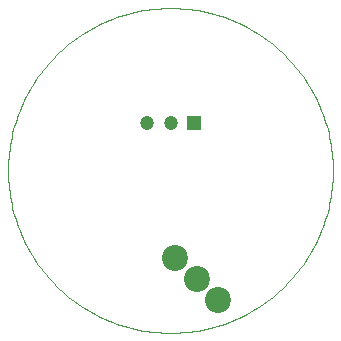
<source format=gbs>
G75*
%MOIN*%
%OFA0B0*%
%FSLAX25Y25*%
%IPPOS*%
%LPD*%
%AMOC8*
5,1,8,0,0,1.08239X$1,22.5*
%
%ADD10C,0.00000*%
%ADD11R,0.04724X0.04724*%
%ADD12C,0.04724*%
%ADD13C,0.08661*%
D10*
X0055134Y0001000D02*
X0053816Y0001016D01*
X0052498Y0001064D01*
X0051182Y0001144D01*
X0049869Y0001257D01*
X0048559Y0001401D01*
X0047252Y0001577D01*
X0045950Y0001785D01*
X0044654Y0002024D01*
X0043364Y0002295D01*
X0042080Y0002597D01*
X0040805Y0002931D01*
X0039538Y0003295D01*
X0038280Y0003690D01*
X0037033Y0004116D01*
X0035796Y0004572D01*
X0034570Y0005058D01*
X0033357Y0005573D01*
X0032156Y0006118D01*
X0030970Y0006693D01*
X0029797Y0007295D01*
X0028640Y0007926D01*
X0027498Y0008586D01*
X0026373Y0009272D01*
X0025265Y0009986D01*
X0024174Y0010727D01*
X0023102Y0011494D01*
X0022049Y0012287D01*
X0021015Y0013105D01*
X0020002Y0013949D01*
X0019009Y0014817D01*
X0018038Y0015708D01*
X0017089Y0016623D01*
X0016163Y0017561D01*
X0015259Y0018521D01*
X0014380Y0019503D01*
X0013524Y0020506D01*
X0012693Y0021529D01*
X0011887Y0022573D01*
X0011107Y0023636D01*
X0010353Y0024717D01*
X0009626Y0025817D01*
X0008926Y0026933D01*
X0008253Y0028067D01*
X0007607Y0029217D01*
X0006990Y0030382D01*
X0006402Y0031561D01*
X0005842Y0032755D01*
X0005312Y0033962D01*
X0004811Y0035181D01*
X0004340Y0036413D01*
X0003899Y0037655D01*
X0003489Y0038908D01*
X0003109Y0040170D01*
X0002760Y0041442D01*
X0002442Y0042721D01*
X0002156Y0044008D01*
X0001900Y0045301D01*
X0001677Y0046600D01*
X0001485Y0047905D01*
X0001325Y0049213D01*
X0001197Y0050525D01*
X0001100Y0051840D01*
X0001036Y0053157D01*
X0001004Y0054475D01*
X0001004Y0055793D01*
X0001036Y0057111D01*
X0001100Y0058428D01*
X0001197Y0059743D01*
X0001325Y0061055D01*
X0001485Y0062363D01*
X0001677Y0063668D01*
X0001900Y0064967D01*
X0002156Y0066260D01*
X0002442Y0067547D01*
X0002760Y0068826D01*
X0003109Y0070098D01*
X0003489Y0071360D01*
X0003899Y0072613D01*
X0004340Y0073855D01*
X0004811Y0075087D01*
X0005312Y0076306D01*
X0005842Y0077513D01*
X0006402Y0078707D01*
X0006990Y0079886D01*
X0007607Y0081051D01*
X0008253Y0082201D01*
X0008926Y0083335D01*
X0009626Y0084451D01*
X0010353Y0085551D01*
X0011107Y0086632D01*
X0011887Y0087695D01*
X0012693Y0088739D01*
X0013524Y0089762D01*
X0014380Y0090765D01*
X0015259Y0091747D01*
X0016163Y0092707D01*
X0017089Y0093645D01*
X0018038Y0094560D01*
X0019009Y0095451D01*
X0020002Y0096319D01*
X0021015Y0097163D01*
X0022049Y0097981D01*
X0023102Y0098774D01*
X0024174Y0099541D01*
X0025265Y0100282D01*
X0026373Y0100996D01*
X0027498Y0101682D01*
X0028640Y0102342D01*
X0029797Y0102973D01*
X0030970Y0103575D01*
X0032156Y0104150D01*
X0033357Y0104695D01*
X0034570Y0105210D01*
X0035796Y0105696D01*
X0037033Y0106152D01*
X0038280Y0106578D01*
X0039538Y0106973D01*
X0040805Y0107337D01*
X0042080Y0107671D01*
X0043364Y0107973D01*
X0044654Y0108244D01*
X0045950Y0108483D01*
X0047252Y0108691D01*
X0048559Y0108867D01*
X0049869Y0109011D01*
X0051182Y0109124D01*
X0052498Y0109204D01*
X0053816Y0109252D01*
X0055134Y0109268D01*
X0056452Y0109252D01*
X0057770Y0109204D01*
X0059086Y0109124D01*
X0060399Y0109011D01*
X0061709Y0108867D01*
X0063016Y0108691D01*
X0064318Y0108483D01*
X0065614Y0108244D01*
X0066904Y0107973D01*
X0068188Y0107671D01*
X0069463Y0107337D01*
X0070730Y0106973D01*
X0071988Y0106578D01*
X0073235Y0106152D01*
X0074472Y0105696D01*
X0075698Y0105210D01*
X0076911Y0104695D01*
X0078112Y0104150D01*
X0079298Y0103575D01*
X0080471Y0102973D01*
X0081628Y0102342D01*
X0082770Y0101682D01*
X0083895Y0100996D01*
X0085003Y0100282D01*
X0086094Y0099541D01*
X0087166Y0098774D01*
X0088219Y0097981D01*
X0089253Y0097163D01*
X0090266Y0096319D01*
X0091259Y0095451D01*
X0092230Y0094560D01*
X0093179Y0093645D01*
X0094105Y0092707D01*
X0095009Y0091747D01*
X0095888Y0090765D01*
X0096744Y0089762D01*
X0097575Y0088739D01*
X0098381Y0087695D01*
X0099161Y0086632D01*
X0099915Y0085551D01*
X0100642Y0084451D01*
X0101342Y0083335D01*
X0102015Y0082201D01*
X0102661Y0081051D01*
X0103278Y0079886D01*
X0103866Y0078707D01*
X0104426Y0077513D01*
X0104956Y0076306D01*
X0105457Y0075087D01*
X0105928Y0073855D01*
X0106369Y0072613D01*
X0106779Y0071360D01*
X0107159Y0070098D01*
X0107508Y0068826D01*
X0107826Y0067547D01*
X0108112Y0066260D01*
X0108368Y0064967D01*
X0108591Y0063668D01*
X0108783Y0062363D01*
X0108943Y0061055D01*
X0109071Y0059743D01*
X0109168Y0058428D01*
X0109232Y0057111D01*
X0109264Y0055793D01*
X0109264Y0054475D01*
X0109232Y0053157D01*
X0109168Y0051840D01*
X0109071Y0050525D01*
X0108943Y0049213D01*
X0108783Y0047905D01*
X0108591Y0046600D01*
X0108368Y0045301D01*
X0108112Y0044008D01*
X0107826Y0042721D01*
X0107508Y0041442D01*
X0107159Y0040170D01*
X0106779Y0038908D01*
X0106369Y0037655D01*
X0105928Y0036413D01*
X0105457Y0035181D01*
X0104956Y0033962D01*
X0104426Y0032755D01*
X0103866Y0031561D01*
X0103278Y0030382D01*
X0102661Y0029217D01*
X0102015Y0028067D01*
X0101342Y0026933D01*
X0100642Y0025817D01*
X0099915Y0024717D01*
X0099161Y0023636D01*
X0098381Y0022573D01*
X0097575Y0021529D01*
X0096744Y0020506D01*
X0095888Y0019503D01*
X0095009Y0018521D01*
X0094105Y0017561D01*
X0093179Y0016623D01*
X0092230Y0015708D01*
X0091259Y0014817D01*
X0090266Y0013949D01*
X0089253Y0013105D01*
X0088219Y0012287D01*
X0087166Y0011494D01*
X0086094Y0010727D01*
X0085003Y0009986D01*
X0083895Y0009272D01*
X0082770Y0008586D01*
X0081628Y0007926D01*
X0080471Y0007295D01*
X0079298Y0006693D01*
X0078112Y0006118D01*
X0076911Y0005573D01*
X0075698Y0005058D01*
X0074472Y0004572D01*
X0073235Y0004116D01*
X0071988Y0003690D01*
X0070730Y0003295D01*
X0069463Y0002931D01*
X0068188Y0002597D01*
X0066904Y0002295D01*
X0065614Y0002024D01*
X0064318Y0001785D01*
X0063016Y0001577D01*
X0061709Y0001401D01*
X0060399Y0001257D01*
X0059086Y0001144D01*
X0057770Y0001064D01*
X0056452Y0001016D01*
X0055134Y0001000D01*
D11*
X0063008Y0070882D03*
D12*
X0055134Y0070882D03*
X0047260Y0070882D03*
D13*
X0056724Y0025984D03*
X0063795Y0018913D03*
X0070866Y0011842D03*
M02*

</source>
